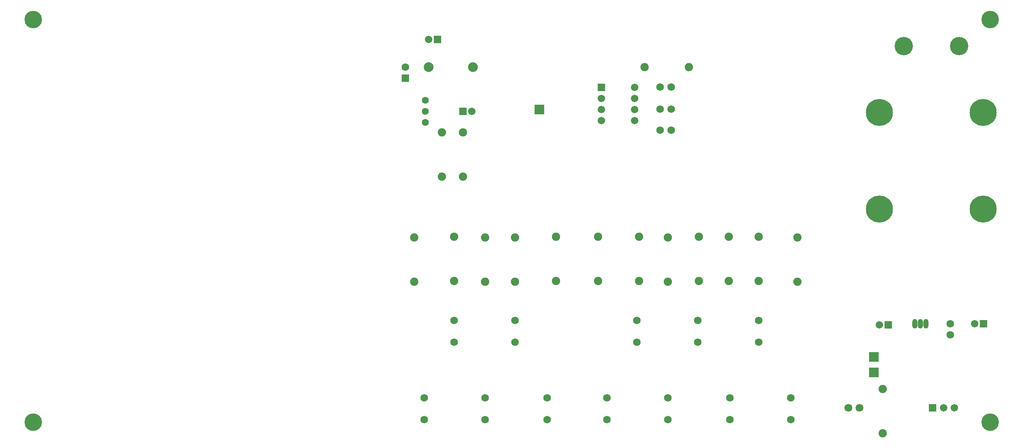
<source format=gts>
G04 Layer_Color=20142*
%FSAX24Y24*%
%MOIN*%
G70*
G01*
G75*
%ADD31R,0.0867X0.0867*%
%ADD32C,0.0749*%
%ADD33R,0.0690X0.0690*%
%ADD34C,0.0690*%
%ADD35C,0.0671*%
%ADD36R,0.0671X0.0671*%
%ADD37C,0.0680*%
%ADD38C,0.0631*%
%ADD39C,0.0880*%
%ADD40O,0.0474X0.0867*%
%ADD41O,0.0474X0.0867*%
%ADD42C,0.2442*%
%ADD43C,0.1655*%
%ADD44C,0.0710*%
%ADD45C,0.1580*%
D31*
X087700Y016300D02*
D03*
Y017700D02*
D03*
X057500Y040050D02*
D03*
D32*
X049800Y028550D02*
D03*
Y024550D02*
D03*
X046200Y028500D02*
D03*
Y024500D02*
D03*
X067000Y043900D02*
D03*
X071000D02*
D03*
X050600Y034000D02*
D03*
Y038000D02*
D03*
X048700D02*
D03*
Y034000D02*
D03*
X088500Y014800D02*
D03*
Y010800D02*
D03*
X052600Y028500D02*
D03*
Y024500D02*
D03*
X059000Y028550D02*
D03*
Y024550D02*
D03*
X062800Y028550D02*
D03*
Y024550D02*
D03*
X066500Y028550D02*
D03*
Y024550D02*
D03*
X069100Y028500D02*
D03*
Y024500D02*
D03*
X071900Y028550D02*
D03*
Y024550D02*
D03*
X074600Y028550D02*
D03*
Y024550D02*
D03*
X077300Y028550D02*
D03*
Y024550D02*
D03*
X080800Y028500D02*
D03*
Y024500D02*
D03*
X055300Y028500D02*
D03*
Y024500D02*
D03*
D33*
X045400Y042900D02*
D03*
D34*
Y043900D02*
D03*
D35*
X094984Y013100D02*
D03*
X094000D02*
D03*
X066100Y039050D02*
D03*
Y040050D02*
D03*
Y041050D02*
D03*
Y042050D02*
D03*
X063100Y039050D02*
D03*
Y040050D02*
D03*
Y041050D02*
D03*
X096806Y020700D02*
D03*
X088206Y020600D02*
D03*
X047506Y046400D02*
D03*
X051394Y039900D02*
D03*
D36*
X093016Y013100D02*
D03*
X063100Y042050D02*
D03*
X097594Y020700D02*
D03*
X088994Y020600D02*
D03*
X048294Y046400D02*
D03*
X050606Y039900D02*
D03*
D37*
X069400Y038200D02*
D03*
X068400D02*
D03*
X069400Y040100D02*
D03*
X068400D02*
D03*
X069400Y042100D02*
D03*
X068400D02*
D03*
X094600Y019700D02*
D03*
Y020700D02*
D03*
X047100Y013984D02*
D03*
Y012016D02*
D03*
X052600Y013984D02*
D03*
Y012016D02*
D03*
X055300Y020984D02*
D03*
Y019016D02*
D03*
X058200Y013984D02*
D03*
Y012016D02*
D03*
X063600Y013984D02*
D03*
Y012016D02*
D03*
X066300Y020984D02*
D03*
Y019016D02*
D03*
X069100Y013984D02*
D03*
Y012016D02*
D03*
X071800Y020984D02*
D03*
Y019016D02*
D03*
X074700Y013984D02*
D03*
Y012016D02*
D03*
X077300Y020984D02*
D03*
Y019016D02*
D03*
X080200Y013984D02*
D03*
Y012016D02*
D03*
X049800Y020984D02*
D03*
Y019016D02*
D03*
D38*
X047200Y039900D02*
D03*
Y040900D02*
D03*
Y038900D02*
D03*
D39*
X047500Y043900D02*
D03*
X051500D02*
D03*
D40*
X091400Y020700D02*
D03*
X091900D02*
D03*
D41*
X092400D02*
D03*
D42*
X097591Y031048D02*
D03*
X088209D02*
D03*
Y039800D02*
D03*
X097591D02*
D03*
D43*
X095400Y045800D02*
D03*
X090400D02*
D03*
D44*
X086400Y013100D02*
D03*
X085400D02*
D03*
D45*
X011800Y048200D02*
D03*
Y011800D02*
D03*
X098200D02*
D03*
Y048200D02*
D03*
M02*

</source>
